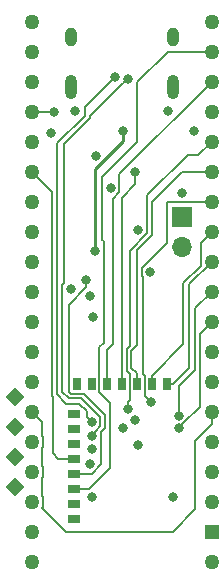
<source format=gbr>
G04 #@! TF.GenerationSoftware,KiCad,Pcbnew,(5.0.0)*
G04 #@! TF.CreationDate,2020-11-30T22:45:23-06:00*
G04 #@! TF.ProjectId,BlueMacro,426C75654D6163726F2E6B696361645F,rev?*
G04 #@! TF.SameCoordinates,Original*
G04 #@! TF.FileFunction,Copper,L2,Inr,Signal*
G04 #@! TF.FilePolarity,Positive*
%FSLAX46Y46*%
G04 Gerber Fmt 4.6, Leading zero omitted, Abs format (unit mm)*
G04 Created by KiCad (PCBNEW (5.0.0)) date 11/30/20 22:45:23*
%MOMM*%
%LPD*%
G01*
G04 APERTURE LIST*
G04 #@! TA.AperFunction,WasherPad*
%ADD10C,1.270000*%
G04 #@! TD*
G04 #@! TA.AperFunction,ViaPad*
%ADD11C,1.270000*%
G04 #@! TD*
G04 #@! TA.AperFunction,ViaPad*
%ADD12R,1.250000X1.250000*%
G04 #@! TD*
G04 #@! TA.AperFunction,ViaPad*
%ADD13R,1.700000X1.700000*%
G04 #@! TD*
G04 #@! TA.AperFunction,ViaPad*
%ADD14O,1.700000X1.700000*%
G04 #@! TD*
G04 #@! TA.AperFunction,ViaPad*
%ADD15O,1.000000X1.600000*%
G04 #@! TD*
G04 #@! TA.AperFunction,ViaPad*
%ADD16O,1.000000X2.100000*%
G04 #@! TD*
G04 #@! TA.AperFunction,ViaPad*
%ADD17R,0.650000X1.000000*%
G04 #@! TD*
G04 #@! TA.AperFunction,ViaPad*
%ADD18R,1.000000X0.650000*%
G04 #@! TD*
G04 #@! TA.AperFunction,ViaPad*
%ADD19C,1.100000*%
G04 #@! TD*
G04 #@! TA.AperFunction,Conductor*
%ADD20C,0.100000*%
G04 #@! TD*
G04 #@! TA.AperFunction,ViaPad*
%ADD21C,0.800000*%
G04 #@! TD*
G04 #@! TA.AperFunction,Conductor*
%ADD22C,0.250000*%
G04 #@! TD*
G04 #@! TA.AperFunction,Conductor*
%ADD23C,0.200000*%
G04 #@! TD*
G04 APERTURE END LIST*
D10*
G04 #@! TO.N,*
G04 #@! TO.C,U4*
X55880000Y-27940000D03*
X40640000Y-27940000D03*
X55880000Y-73660000D03*
X40640000Y-73660000D03*
D11*
G04 #@! TO.N,/P0.10*
X40640000Y-71120000D03*
G04 #@! TO.N,/P0.09*
X40640000Y-68580000D03*
G04 #@! TO.N,VBatt*
X40640000Y-66040000D03*
G04 #@! TO.N,GND*
X40640000Y-63500000D03*
G04 #@! TO.N,Reset*
X40640000Y-60960000D03*
G04 #@! TO.N,N/C*
X40640000Y-53340000D03*
G04 #@! TO.N,/P0.20*
X40640000Y-50800000D03*
G04 #@! TO.N,/P0.17*
X40640000Y-48260000D03*
G04 #@! TO.N,N/C*
X40640000Y-55880000D03*
G04 #@! TO.N,VBus*
X40640000Y-58420000D03*
D12*
G04 #@! TO.N,/P1.11*
X55880000Y-71120000D03*
D11*
G04 #@! TO.N,/P0.03*
X55880000Y-68580000D03*
G04 #@! TO.N,/P0.28*
X55880000Y-66040000D03*
G04 #@! TO.N,/P1.13*
X55880000Y-63500000D03*
G04 #@! TO.N,Reset*
X55880000Y-60960000D03*
G04 #@! TO.N,GND*
X55880000Y-58420000D03*
G04 #@! TO.N,/P0.30*
X55880000Y-55880000D03*
G04 #@! TO.N,/P0.02*
X55880000Y-53340000D03*
G04 #@! TO.N,/P0.29*
X55880000Y-50800000D03*
G04 #@! TO.N,/P0.26*
X55880000Y-48260000D03*
G04 #@! TO.N,/P0.06*
X55880000Y-45720000D03*
G04 #@! TO.N,/P0.05*
X55880000Y-43180000D03*
G04 #@! TO.N,/P0.15*
X40640000Y-45720000D03*
G04 #@! TO.N,/P0.13*
X40640000Y-43180000D03*
G04 #@! TO.N,/P0.22*
X40640000Y-40640000D03*
G04 #@! TO.N,/P0.24*
X40640000Y-38100000D03*
G04 #@! TO.N,/P0.04*
X40640000Y-35560000D03*
G04 #@! TO.N,/3V3*
X40640000Y-33020000D03*
G04 #@! TO.N,/P0.07*
X40640000Y-30480000D03*
G04 #@! TO.N,/P1.02*
X55880000Y-30480000D03*
G04 #@! TO.N,/P0.12*
X55880000Y-33020000D03*
G04 #@! TO.N,/P1.06*
X55880000Y-35560000D03*
G04 #@! TO.N,/P1.09*
X55880000Y-38100000D03*
G04 #@! TO.N,/P0.08*
X55880000Y-40640000D03*
G04 #@! TD*
D13*
G04 #@! TO.N,VBatt*
G04 #@! TO.C,J1*
X53340000Y-44450000D03*
D14*
G04 #@! TO.N,GND*
X53340000Y-46990000D03*
G04 #@! TD*
D15*
G04 #@! TO.N,Net-(J3-PadS1)*
G04 #@! TO.C,J3*
X43940000Y-29270000D03*
X52580000Y-29270000D03*
D16*
X43940000Y-33450000D03*
X52580000Y-33450000D03*
G04 #@! TD*
D17*
G04 #@! TO.N,/P0.04*
G04 #@! TO.C,U2*
X48283000Y-58607000D03*
G04 #@! TO.N,GND*
X44473000Y-58607000D03*
G04 #@! TO.N,/P0.07*
X45743000Y-58607000D03*
G04 #@! TO.N,/P0.08*
X49553000Y-58607000D03*
G04 #@! TO.N,/P0.12*
X47013000Y-58607000D03*
G04 #@! TO.N,/P0.26*
X52093000Y-58607000D03*
G04 #@! TO.N,/P0.06*
X50823000Y-58607000D03*
D18*
G04 #@! TO.N,/P1.06*
X44219000Y-70037000D03*
G04 #@! TO.N,RED_LED*
X44219000Y-68767000D03*
G04 #@! TO.N,/P1.02*
X44219000Y-67497000D03*
G04 #@! TO.N,SWO*
X44219000Y-66227000D03*
G04 #@! TO.N,/P0.22*
X44219000Y-64957000D03*
G04 #@! TO.N,/P0.20*
X44219000Y-63687000D03*
G04 #@! TO.N,/P0.17*
X44219000Y-62417000D03*
G04 #@! TO.N,/P0.15*
X44219000Y-61147000D03*
G04 #@! TD*
D19*
G04 #@! TO.N,VCC*
G04 #@! TO.C,TP1*
X39243000Y-59690000D03*
D20*
G36*
X39243000Y-60467817D02*
X38465183Y-59690000D01*
X39243000Y-58912183D01*
X40020817Y-59690000D01*
X39243000Y-60467817D01*
X39243000Y-60467817D01*
G37*
G04 #@! TD*
D19*
G04 #@! TO.N,GND*
G04 #@! TO.C,TP2*
X39243000Y-62230000D03*
D20*
G36*
X39243000Y-63007817D02*
X38465183Y-62230000D01*
X39243000Y-61452183D01*
X40020817Y-62230000D01*
X39243000Y-63007817D01*
X39243000Y-63007817D01*
G37*
G04 #@! TD*
D19*
G04 #@! TO.N,SWDCLK*
G04 #@! TO.C,TP3*
X39243000Y-64770000D03*
D20*
G36*
X39243000Y-65547817D02*
X38465183Y-64770000D01*
X39243000Y-63992183D01*
X40020817Y-64770000D01*
X39243000Y-65547817D01*
X39243000Y-65547817D01*
G37*
G04 #@! TD*
D19*
G04 #@! TO.N,SWDIO*
G04 #@! TO.C,TP4*
X39243000Y-67310000D03*
D20*
G36*
X39243000Y-68087817D02*
X38465183Y-67310000D01*
X39243000Y-66532183D01*
X40020817Y-67310000D01*
X39243000Y-68087817D01*
X39243000Y-68087817D01*
G37*
G04 #@! TD*
D21*
G04 #@! TO.N,GND*
X53340000Y-42418000D03*
X52203831Y-35488064D03*
X44316172Y-35488067D03*
X43942000Y-50546000D03*
X47371000Y-42037000D03*
X49657000Y-63754000D03*
X48338011Y-62357000D03*
G04 #@! TO.N,Net-(C3-Pad1)*
X45575836Y-51184011D03*
X46085447Y-39315048D03*
G04 #@! TO.N,VBatt*
X50673000Y-49149000D03*
G04 #@! TO.N,VCC*
X45835649Y-52973684D03*
G04 #@! TO.N,VBatt_Monitor*
X49657000Y-45593000D03*
X49403000Y-61631990D03*
G04 #@! TO.N,VBus*
X46045497Y-47402942D03*
X48387000Y-37211000D03*
G04 #@! TO.N,RED_LED*
X42291001Y-37338001D03*
G04 #@! TO.N,BLUE_LED*
X52578008Y-68199000D03*
X54356004Y-37211000D03*
G04 #@! TO.N,SWDCLK*
X45755300Y-68160775D03*
G04 #@! TO.N,D+*
X45718490Y-62992004D03*
X48768000Y-32766000D03*
G04 #@! TO.N,D-*
X47726976Y-32628914D03*
X45720000Y-61849000D03*
G04 #@! TO.N,SWO*
X45247876Y-49774684D03*
G04 #@! TO.N,/P0.24*
X45574265Y-65386271D03*
G04 #@! TO.N,/P0.13*
X45718490Y-64135000D03*
G04 #@! TO.N,/P0.02*
X53085990Y-62357000D03*
G04 #@! TO.N,/P0.29*
X53086000Y-61341000D03*
G04 #@! TO.N,/P0.04*
X42545000Y-35560000D03*
X49403000Y-40640000D03*
G04 #@! TO.N,/P1.09*
X48768000Y-60706000D03*
G04 #@! TO.N,/P0.05*
X50747991Y-60161560D03*
G04 #@! TD*
D22*
G04 #@! TO.N,VBus*
X48387000Y-37776685D02*
X48387000Y-37211000D01*
X48387000Y-38038815D02*
X48387000Y-37776685D01*
X46045497Y-40380318D02*
X48387000Y-38038815D01*
X46045497Y-47402942D02*
X46045497Y-40380318D01*
D23*
G04 #@! TO.N,D+*
X43241999Y-50209999D02*
X43389589Y-50062409D01*
X44850012Y-59836011D02*
X43776311Y-59836011D01*
X43776311Y-59836011D02*
X43241999Y-59301699D01*
X45600012Y-36095525D02*
X45600012Y-35933988D01*
X46470001Y-61456001D02*
X44850012Y-59836011D01*
X45718490Y-62992004D02*
X46118489Y-62592005D01*
X43389589Y-50062409D02*
X43389589Y-38305948D01*
X43389589Y-38305948D02*
X45600012Y-36095525D01*
X46118489Y-62592005D02*
X46118489Y-62560513D01*
X45600012Y-35933988D02*
X48368001Y-33165999D01*
X46118489Y-62560513D02*
X46470001Y-62209001D01*
X43241999Y-59301699D02*
X43241999Y-50209999D01*
X46470001Y-62209001D02*
X46470001Y-61456001D01*
X48368001Y-33165999D02*
X48768000Y-32766000D01*
G04 #@! TO.N,D-*
X42812578Y-38246548D02*
X42812578Y-50003009D01*
X44663612Y-60286022D02*
X45320001Y-60942411D01*
X42791988Y-50023599D02*
X42791988Y-59505188D01*
X45320001Y-60942411D02*
X45320001Y-61449001D01*
X43572822Y-60286022D02*
X44663612Y-60286022D01*
X45320001Y-61449001D02*
X45720000Y-61849000D01*
X45150001Y-35909125D02*
X42812578Y-38246548D01*
X42812578Y-50003009D02*
X42791988Y-50023599D01*
X42791988Y-59505188D02*
X43572822Y-60286022D01*
X45150001Y-35205889D02*
X45150001Y-35909125D01*
X47726976Y-32628914D02*
X45150001Y-35205889D01*
G04 #@! TO.N,Reset*
X55880000Y-61858025D02*
X55880000Y-60960000D01*
X55880000Y-62033700D02*
X55880000Y-61858025D01*
X54483000Y-63430700D02*
X55880000Y-62033700D01*
X54483000Y-69215000D02*
X54483000Y-63430700D01*
X52578000Y-71120000D02*
X54483000Y-69215000D01*
X41529000Y-63994802D02*
X41529000Y-65545198D01*
X41575001Y-68131199D02*
X41575001Y-69028801D01*
X41575001Y-63948801D02*
X41529000Y-63994802D01*
X40640000Y-60960000D02*
X41529000Y-61849000D01*
X41529000Y-69088000D02*
X43561000Y-71120000D01*
X41575001Y-63051199D02*
X41575001Y-63948801D01*
X41529000Y-63005198D02*
X41575001Y-63051199D01*
X41529000Y-65545198D02*
X41575001Y-65591199D01*
X41529000Y-61849000D02*
X41529000Y-63005198D01*
X41575001Y-69028801D02*
X41529000Y-69074802D01*
X41575001Y-65591199D02*
X41575001Y-66488801D01*
X41529000Y-66534802D02*
X41529000Y-68085198D01*
X41529000Y-68085198D02*
X41575001Y-68131199D01*
X41529000Y-69074802D02*
X41529000Y-69088000D01*
X41575001Y-66488801D02*
X41529000Y-66534802D01*
X43561000Y-71120000D02*
X52578000Y-71120000D01*
G04 #@! TO.N,SWO*
X44219000Y-66227000D02*
X44044000Y-66227000D01*
X45723500Y-66227000D02*
X46545500Y-65405000D01*
X43942000Y-59436000D02*
X43789600Y-59283600D01*
X45247876Y-50440809D02*
X45247876Y-50340369D01*
X46545500Y-65405000D02*
X46545500Y-62699202D01*
X46545500Y-62699202D02*
X46870012Y-62374690D01*
X45247876Y-50340369D02*
X45247876Y-49774684D01*
X46870012Y-62374690D02*
X46870012Y-61221012D01*
X44219000Y-66227000D02*
X45723500Y-66227000D01*
X43789600Y-51899085D02*
X45247876Y-50440809D01*
X46870012Y-61221012D02*
X45085000Y-59436000D01*
X45085000Y-59436000D02*
X43942000Y-59436000D01*
X43789600Y-59283600D02*
X43789600Y-51899085D01*
G04 #@! TO.N,/P0.22*
X42391977Y-42391977D02*
X42391977Y-59670877D01*
X42391977Y-59670877D02*
X42418000Y-59696900D01*
X42909533Y-64957000D02*
X43519000Y-64957000D01*
X43519000Y-64957000D02*
X44219000Y-64957000D01*
X40640000Y-40640000D02*
X42391977Y-42391977D01*
X42418000Y-64465467D02*
X42909533Y-64957000D01*
X42418000Y-59696900D02*
X42418000Y-64465467D01*
G04 #@! TO.N,/P0.02*
X55880000Y-53340000D02*
X54864000Y-54356000D01*
X54864000Y-60578990D02*
X53485989Y-61957001D01*
X53485989Y-61957001D02*
X53085990Y-62357000D01*
X54864000Y-54356000D02*
X54864000Y-60578990D01*
G04 #@! TO.N,/P0.29*
X55880000Y-50800000D02*
X54463990Y-52216010D01*
X53086000Y-58801000D02*
X53086000Y-60775315D01*
X53086000Y-60775315D02*
X53086000Y-61341000D01*
X54463990Y-57423010D02*
X53086000Y-58801000D01*
X54463990Y-52216010D02*
X54463990Y-57423010D01*
G04 #@! TO.N,/P0.04*
X42545000Y-35560000D02*
X40640000Y-35560000D01*
X48283000Y-58607000D02*
X48283000Y-42833685D01*
X48283000Y-42833685D02*
X49403000Y-41713685D01*
X49403000Y-41205685D02*
X49403000Y-40640000D01*
X49403000Y-41713685D02*
X49403000Y-41205685D01*
G04 #@! TO.N,/P0.08*
X49084636Y-57232638D02*
X49084636Y-55797690D01*
X49084636Y-55797690D02*
X49553000Y-55329326D01*
X49553000Y-58607000D02*
X49553000Y-57701002D01*
X54981975Y-40640000D02*
X55880000Y-40640000D01*
X50842973Y-46025291D02*
X50842973Y-43206327D01*
X49553000Y-47315264D02*
X50842973Y-46025291D01*
X50842973Y-43206327D02*
X53409300Y-40640000D01*
X53409300Y-40640000D02*
X54981975Y-40640000D01*
X49553000Y-57701002D02*
X49084636Y-57232638D01*
X49553000Y-55329326D02*
X49553000Y-47315264D01*
G04 #@! TO.N,/P0.12*
X47013000Y-57907000D02*
X47013000Y-58607000D01*
X48071001Y-40828999D02*
X48071001Y-42373001D01*
X55880000Y-33020000D02*
X48071001Y-40828999D01*
X48071001Y-42373001D02*
X47526001Y-42918001D01*
X47526001Y-42918001D02*
X47526001Y-55266297D01*
X47526001Y-55266297D02*
X47013000Y-55779298D01*
X47013000Y-55779298D02*
X47013000Y-57907000D01*
G04 #@! TO.N,/P0.26*
X53975000Y-50165000D02*
X55880000Y-48260000D01*
X53975000Y-57250000D02*
X53975000Y-50165000D01*
X52618000Y-58607000D02*
X53975000Y-57250000D01*
X52093000Y-58607000D02*
X52618000Y-58607000D01*
G04 #@! TO.N,/P0.06*
X53467000Y-55263000D02*
X50823000Y-57907000D01*
X53467000Y-50107302D02*
X53467000Y-55263000D01*
X54944999Y-48629303D02*
X53467000Y-50107302D01*
X50823000Y-57907000D02*
X50823000Y-58607000D01*
X55880000Y-45720000D02*
X54944999Y-46655001D01*
X54944999Y-46655001D02*
X54944999Y-48629303D01*
G04 #@! TO.N,/P1.09*
X48768000Y-60140315D02*
X48768000Y-60706000D01*
X48927999Y-59980316D02*
X48768000Y-60140315D01*
X48684625Y-57533246D02*
X48927999Y-57776620D01*
X48927999Y-55388627D02*
X48684625Y-55632001D01*
X54766922Y-39213078D02*
X53868897Y-39213078D01*
X55880000Y-38100000D02*
X54766922Y-39213078D01*
X48927999Y-57776620D02*
X48927999Y-59980316D01*
X53868897Y-39213078D02*
X50442962Y-42639013D01*
X48684625Y-55632001D02*
X48684625Y-57533246D01*
X50442962Y-42639013D02*
X50442962Y-45859602D01*
X50442962Y-45859602D02*
X48927999Y-47374565D01*
X48927999Y-47374565D02*
X48927999Y-55388627D01*
G04 #@! TO.N,/P0.05*
X50197999Y-59611568D02*
X50747991Y-60161560D01*
X55880000Y-43180000D02*
X52070000Y-43180000D01*
X49972999Y-49485001D02*
X50033388Y-49545390D01*
X50197999Y-57971610D02*
X50197999Y-59611568D01*
X52070000Y-46715998D02*
X49972999Y-48812999D01*
X50033388Y-49545390D02*
X50033388Y-57806999D01*
X52070000Y-43180000D02*
X52070000Y-46715998D01*
X50033388Y-57806999D02*
X50197999Y-57971610D01*
X49972999Y-48812999D02*
X49972999Y-49485001D01*
G04 #@! TO.N,/P1.02*
X45533000Y-67497000D02*
X44219000Y-67497000D01*
X47270023Y-60229025D02*
X47270023Y-65759977D01*
X46368001Y-59327003D02*
X47270023Y-60229025D01*
X46745498Y-46525442D02*
X46745498Y-55108502D01*
X46609000Y-46388944D02*
X46745498Y-46525442D01*
X49591999Y-38144999D02*
X46609000Y-41127998D01*
X46609000Y-41127998D02*
X46609000Y-46388944D01*
X46368001Y-55485999D02*
X46368001Y-59327003D01*
X46745498Y-55108502D02*
X46368001Y-55485999D01*
X55880000Y-30480000D02*
X52197000Y-30480000D01*
X52197000Y-30480000D02*
X49591999Y-33085001D01*
X47270023Y-65759977D02*
X45533000Y-67497000D01*
X49591999Y-33085001D02*
X49591999Y-38144999D01*
G04 #@! TD*
M02*

</source>
